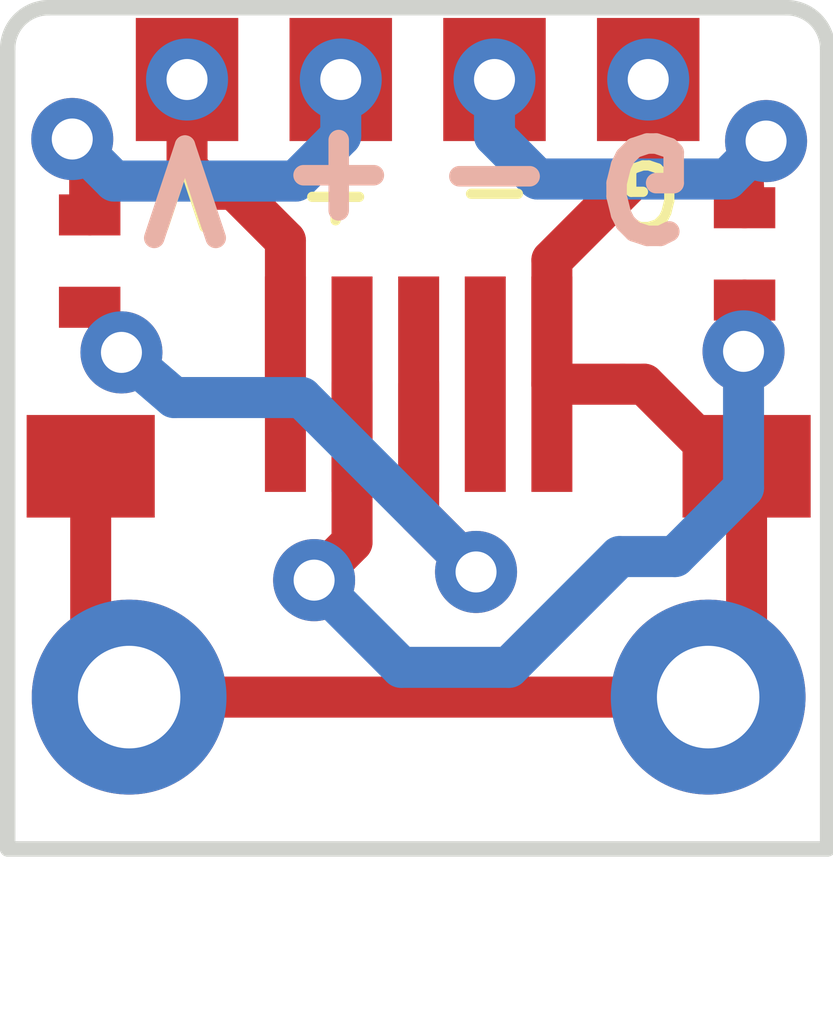
<source format=kicad_pcb>
(kicad_pcb (version 4) (host pcbnew 4.0.7)

  (general
    (links 11)
    (no_connects 1)
    (area 133.224999 100.724999 141.375001 109.075001)
    (thickness 0.8)
    (drawings 14)
    (tracks 60)
    (zones 0)
    (modules 4)
    (nets 7)
  )

  (page A4)
  (layers
    (0 F.Cu signal)
    (31 B.Cu signal)
    (32 B.Adhes user)
    (33 F.Adhes user)
    (34 B.Paste user)
    (35 F.Paste user)
    (36 B.SilkS user)
    (37 F.SilkS user)
    (38 B.Mask user)
    (39 F.Mask user)
    (40 Dwgs.User user)
    (41 Cmts.User user)
    (42 Eco1.User user)
    (43 Eco2.User user)
    (44 Edge.Cuts user)
    (45 Margin user)
    (46 B.CrtYd user)
    (47 F.CrtYd user)
    (48 B.Fab user)
    (49 F.Fab user)
  )

  (setup
    (last_trace_width 0.4)
    (trace_clearance 0.2)
    (zone_clearance 0.508)
    (zone_45_only no)
    (trace_min 0.2)
    (segment_width 0.2)
    (edge_width 0.15)
    (via_size 0.8)
    (via_drill 0.4)
    (via_min_size 0.4)
    (via_min_drill 0.3)
    (uvia_size 0.3)
    (uvia_drill 0.1)
    (uvias_allowed no)
    (uvia_min_size 0.2)
    (uvia_min_drill 0.1)
    (pcb_text_width 0.3)
    (pcb_text_size 1.5 1.5)
    (mod_edge_width 0.15)
    (mod_text_size 1 1)
    (mod_text_width 0.15)
    (pad_size 1.524 1.524)
    (pad_drill 0.762)
    (pad_to_mask_clearance 0.05)
    (aux_axis_origin 0 0)
    (visible_elements 7FFFFF7F)
    (pcbplotparams
      (layerselection 0x00030_80000001)
      (usegerberextensions false)
      (excludeedgelayer true)
      (linewidth 0.100000)
      (plotframeref false)
      (viasonmask false)
      (mode 1)
      (useauxorigin false)
      (hpglpennumber 1)
      (hpglpenspeed 20)
      (hpglpendiameter 15)
      (hpglpenoverlay 2)
      (psnegative false)
      (psa4output false)
      (plotreference true)
      (plotvalue true)
      (plotinvisibletext false)
      (padsonsilk false)
      (subtractmaskfromsilk false)
      (outputformat 1)
      (mirror false)
      (drillshape 1)
      (scaleselection 1)
      (outputdirectory ""))
  )

  (net 0 "")
  (net 1 GND)
  (net 2 VBUS)
  (net 3 "Net-(J1-Pad2)")
  (net 4 "Net-(J1-Pad3)")
  (net 5 /D+)
  (net 6 "Net-(J2-Pad3)")

  (net_class Default "This is the default net class."
    (clearance 0.2)
    (trace_width 0.4)
    (via_dia 0.8)
    (via_drill 0.4)
    (uvia_dia 0.3)
    (uvia_drill 0.1)
    (add_net /D+)
    (add_net GND)
    (add_net "Net-(J1-Pad2)")
    (add_net "Net-(J1-Pad3)")
    (add_net "Net-(J2-Pad3)")
    (add_net VBUS)
  )

  (module USB_5pin (layer F.Cu) (tedit 59B136DD) (tstamp 59B13319)
    (at 137.31 108.97)
    (path /59B12FE7)
    (fp_text reference J1 (at 0 0.9) (layer F.SilkS) hide
      (effects (font (size 1 1) (thickness 0.15)))
    )
    (fp_text value USB_A (at -0.1 2.6) (layer F.Fab) hide
      (effects (font (size 1 1) (thickness 0.15)))
    )
    (fp_text user "PCB EDGE" (at 0 -0.3) (layer F.SilkS) hide
      (effects (font (size 0.3 0.3) (thickness 0.03)))
    )
    (fp_line (start -3.7 0) (end 3.7 0) (layer F.Fab) (width 0.02))
    (fp_line (start 3.7 1.7) (end -3.7 1.7) (layer F.Fab) (width 0.1))
    (fp_line (start -3.7 1.7) (end -3.7 -4.3) (layer F.Fab) (width 0.1))
    (fp_line (start -3.7 -4.3) (end 3.7 -4.3) (layer F.Fab) (width 0.1))
    (fp_line (start 3.7 -4.3) (end 3.7 1.7) (layer F.Fab) (width 0.1))
    (pad 5 smd rect (at 1.3 -4.5) (size 0.4 2.1) (layers F.Cu F.Paste F.Mask)
      (net 1 GND))
    (pad 4 smd rect (at 0.65 -4.5) (size 0.4 2.1) (layers F.Cu F.Paste F.Mask)
      (net 1 GND))
    (pad 1 smd rect (at -1.3 -4.5) (size 0.4 2.1) (layers F.Cu F.Paste F.Mask)
      (net 2 VBUS))
    (pad 2 smd rect (at -0.65 -4.5) (size 0.4 2.1) (layers F.Cu F.Paste F.Mask)
      (net 3 "Net-(J1-Pad2)"))
    (pad 5 smd rect (at 3.2 -3.7) (size 1.25 1) (layers F.Cu F.Paste F.Mask)
      (net 1 GND))
    (pad "" np_thru_hole circle (at 2 -3.55) (size 0.6 0.6) (drill 0.6) (layers *.Cu *.Mask))
    (pad 5 thru_hole circle (at 2.825 -1.45) (size 1.9 1.9) (drill 1) (layers *.Cu *.Mask)
      (net 1 GND))
    (pad 5 thru_hole circle (at -2.825 -1.45) (size 1.9 1.9) (drill 1) (layers *.Cu *.Mask)
      (net 1 GND))
    (pad "" np_thru_hole circle (at -2 -3.55) (size 0.6 0.6) (drill 0.6) (layers *.Cu *.Mask))
    (pad 5 smd rect (at -3.2 -3.7) (size 1.25 1) (layers F.Cu F.Paste F.Mask)
      (net 1 GND))
    (pad 3 smd rect (at 0 -4.5) (size 0.4 2.1) (layers F.Cu F.Paste F.Mask)
      (net 4 "Net-(J1-Pad3)"))
  )

  (module Resistors_SMD:R_0402_NoSilk (layer F.Cu) (tedit 59B132EC) (tstamp 59B13338)
    (at 134.1 103.27 270)
    (descr "Resistor SMD 0402, reflow soldering, Vishay (see dcrcw.pdf)")
    (tags "resistor 0402")
    (path /59B131A1)
    (attr smd)
    (fp_text reference R1 (at 0 -1.2 270) (layer F.SilkS) hide
      (effects (font (size 1 1) (thickness 0.15)))
    )
    (fp_text value 22R (at 0 1.25 270) (layer F.Fab) hide
      (effects (font (size 1 1) (thickness 0.15)))
    )
    (fp_text user %R (at 0 -1.2 270) (layer F.Fab) hide
      (effects (font (size 1 1) (thickness 0.15)))
    )
    (fp_line (start -0.5 0.25) (end -0.5 -0.25) (layer F.Fab) (width 0.1))
    (fp_line (start 0.5 0.25) (end -0.5 0.25) (layer F.Fab) (width 0.1))
    (fp_line (start 0.5 -0.25) (end 0.5 0.25) (layer F.Fab) (width 0.1))
    (fp_line (start -0.5 -0.25) (end 0.5 -0.25) (layer F.Fab) (width 0.1))
    (fp_line (start -0.8 -0.45) (end 0.8 -0.45) (layer F.CrtYd) (width 0.05))
    (fp_line (start -0.8 -0.45) (end -0.8 0.45) (layer F.CrtYd) (width 0.05))
    (fp_line (start 0.8 0.45) (end 0.8 -0.45) (layer F.CrtYd) (width 0.05))
    (fp_line (start 0.8 0.45) (end -0.8 0.45) (layer F.CrtYd) (width 0.05))
    (pad 1 smd rect (at -0.45 0 270) (size 0.4 0.6) (layers F.Cu F.Paste F.Mask)
      (net 5 /D+))
    (pad 2 smd rect (at 0.45 0 270) (size 0.4 0.6) (layers F.Cu F.Paste F.Mask)
      (net 4 "Net-(J1-Pad3)"))
    (model ${KISYS3DMOD}/Resistors_SMD.3dshapes/R_0402.wrl
      (at (xyz 0 0 0))
      (scale (xyz 1 1 1))
      (rotate (xyz 0 0 0))
    )
  )

  (module Resistors_SMD:R_0402_NoSilk (layer F.Cu) (tedit 59B132F2) (tstamp 59B13347)
    (at 140.49 103.2 270)
    (descr "Resistor SMD 0402, reflow soldering, Vishay (see dcrcw.pdf)")
    (tags "resistor 0402")
    (path /59B1320B)
    (attr smd)
    (fp_text reference R2 (at 0 -1.2 270) (layer F.SilkS) hide
      (effects (font (size 1 1) (thickness 0.15)))
    )
    (fp_text value 22R (at 0 1.25 270) (layer F.Fab) hide
      (effects (font (size 1 1) (thickness 0.15)))
    )
    (fp_text user %R (at 0 -1.2 270) (layer F.Fab) hide
      (effects (font (size 1 1) (thickness 0.15)))
    )
    (fp_line (start -0.5 0.25) (end -0.5 -0.25) (layer F.Fab) (width 0.1))
    (fp_line (start 0.5 0.25) (end -0.5 0.25) (layer F.Fab) (width 0.1))
    (fp_line (start 0.5 -0.25) (end 0.5 0.25) (layer F.Fab) (width 0.1))
    (fp_line (start -0.5 -0.25) (end 0.5 -0.25) (layer F.Fab) (width 0.1))
    (fp_line (start -0.8 -0.45) (end 0.8 -0.45) (layer F.CrtYd) (width 0.05))
    (fp_line (start -0.8 -0.45) (end -0.8 0.45) (layer F.CrtYd) (width 0.05))
    (fp_line (start 0.8 0.45) (end 0.8 -0.45) (layer F.CrtYd) (width 0.05))
    (fp_line (start 0.8 0.45) (end -0.8 0.45) (layer F.CrtYd) (width 0.05))
    (pad 1 smd rect (at -0.45 0 270) (size 0.4 0.6) (layers F.Cu F.Paste F.Mask)
      (net 6 "Net-(J2-Pad3)"))
    (pad 2 smd rect (at 0.45 0 270) (size 0.4 0.6) (layers F.Cu F.Paste F.Mask)
      (net 3 "Net-(J1-Pad2)"))
    (model ${KISYS3DMOD}/Resistors_SMD.3dshapes/R_0402.wrl
      (at (xyz 0 0 0))
      (scale (xyz 1 1 1))
      (rotate (xyz 0 0 0))
    )
  )

  (module KiCadCustomLibs:USB_PADS_Breakout (layer F.Cu) (tedit 5A3A0F42) (tstamp 5A3A17EB)
    (at 137.3 101.5)
    (path /59B13BB9)
    (fp_text reference J3 (at 0.3 1.6) (layer F.SilkS) hide
      (effects (font (size 1 1) (thickness 0.15)))
    )
    (fp_text value USB (at 0.1 -1.6) (layer F.Fab) hide
      (effects (font (size 1 1) (thickness 0.15)))
    )
    (pad 4 smd rect (at 2.25 0) (size 1 1.2) (layers F.Cu F.Paste F.Mask)
      (net 1 GND))
    (pad 1 smd rect (at -2.25 0) (size 1 1.2) (layers F.Cu F.Paste F.Mask)
      (net 2 VBUS))
    (pad 2 smd rect (at -0.75 0) (size 1 1.2) (layers F.Cu F.Paste F.Mask)
      (net 5 /D+))
    (pad 3 smd rect (at 0.75 0) (size 1 1.2) (layers F.Cu F.Paste F.Mask)
      (net 6 "Net-(J2-Pad3)"))
  )

  (gr_line (start 133.3 101.2) (end 133.3 109) (angle 90) (layer Edge.Cuts) (width 0.15))
  (gr_line (start 141.3 101.2) (end 141.3 109) (angle 90) (layer Edge.Cuts) (width 0.15))
  (gr_line (start 140.9 100.8) (end 133.7 100.8) (angle 90) (layer Edge.Cuts) (width 0.15))
  (gr_arc (start 133.7 101.2) (end 133.3 101.2) (angle 90) (layer Edge.Cuts) (width 0.15))
  (gr_arc (start 140.9 101.2) (end 140.9 100.8) (angle 90) (layer Edge.Cuts) (width 0.15))
  (gr_text V (at 135.02 102.61 180) (layer F.SilkS)
    (effects (font (size 0.6 0.6) (thickness 0.1)))
  )
  (gr_text - (at 138.05 102.57) (layer F.SilkS)
    (effects (font (size 0.6 0.6) (thickness 0.1)))
  )
  (gr_text + (at 136.5 102.6) (layer F.SilkS)
    (effects (font (size 0.6 0.6) (thickness 0.1)))
  )
  (gr_text G (at 139.57 102.61 180) (layer F.SilkS)
    (effects (font (size 0.6 0.6) (thickness 0.1)))
  )
  (gr_text V (at 135.03 102.55 180) (layer B.SilkS)
    (effects (font (size 0.9 0.9) (thickness 0.2)) (justify mirror))
  )
  (gr_text - (at 138.05 102.38) (layer B.SilkS)
    (effects (font (size 0.9 0.9) (thickness 0.2)) (justify mirror))
  )
  (gr_text + (at 136.53 102.37) (layer B.SilkS)
    (effects (font (size 0.9 0.9) (thickness 0.2)) (justify mirror))
  )
  (gr_text G (at 139.52 102.53 180) (layer B.SilkS)
    (effects (font (size 0.9 0.9) (thickness 0.2)) (justify mirror))
  )
  (gr_line (start 133.3 109) (end 141.3 109) (angle 90) (layer Edge.Cuts) (width 0.15))

  (via (at 139.55 101.5) (size 0.8) (drill 0.4) (layers F.Cu B.Cu) (net 1) (status C00000))
  (segment (start 138.61 104.47) (end 138.61 103.26) (width 0.4) (layer F.Cu) (net 1) (status 400000))
  (segment (start 139.55 102.32) (end 139.55 101.5) (width 0.4) (layer F.Cu) (net 1) (tstamp 5A3A1826) (status 800000))
  (segment (start 138.61 103.26) (end 139.55 102.32) (width 0.4) (layer F.Cu) (net 1) (tstamp 5A3A1825))
  (segment (start 134.485 107.52) (end 140.135 107.52) (width 0.4) (layer F.Cu) (net 1))
  (segment (start 138.61 104.47) (end 139.3 104.47) (width 0.4) (layer F.Cu) (net 1))
  (segment (start 139.3 104.47) (end 139.51 104.47) (width 0.4) (layer F.Cu) (net 1) (tstamp 59B13617))
  (segment (start 139.51 104.47) (end 140.51 105.47) (width 0.4) (layer F.Cu) (net 1) (tstamp 59B134A5))
  (segment (start 140.51 105.47) (end 140.51 107.145) (width 0.4) (layer F.Cu) (net 1))
  (segment (start 140.51 107.145) (end 140.135 107.52) (width 0.25) (layer F.Cu) (net 1) (tstamp 59B134A2))
  (segment (start 134.11 105.27) (end 134.11 107.145) (width 0.4) (layer F.Cu) (net 1))
  (segment (start 134.11 107.145) (end 134.485 107.52) (width 0.25) (layer F.Cu) (net 1) (tstamp 59B1349F))
  (segment (start 136.01 104.47) (end 136.01 103.07) (width 0.4) (layer F.Cu) (net 2) (status 400000))
  (segment (start 135.05 102.36) (end 135.05 101.5) (width 0.4) (layer F.Cu) (net 2) (tstamp 5A3A182D) (status 800000))
  (segment (start 135.26 102.57) (end 135.05 102.36) (width 0.4) (layer F.Cu) (net 2) (tstamp 5A3A182C))
  (segment (start 135.51 102.57) (end 135.26 102.57) (width 0.4) (layer F.Cu) (net 2) (tstamp 5A3A182B))
  (segment (start 136.01 103.07) (end 135.51 102.57) (width 0.4) (layer F.Cu) (net 2) (tstamp 5A3A182A))
  (via (at 135.05 101.5) (size 0.8) (drill 0.4) (layers F.Cu B.Cu) (net 2) (status C00000))
  (segment (start 136.66 104.47) (end 136.66 106.01) (width 0.4) (layer F.Cu) (net 3))
  (segment (start 140.47 104.14) (end 140.49 103.65) (width 0.4) (layer F.Cu) (net 3) (tstamp 5A3A1336) (status 20))
  (segment (start 140.48 104.15) (end 140.47 104.14) (width 0.4) (layer F.Cu) (net 3) (tstamp 5A3A1335))
  (via (at 140.48 104.15) (size 0.8) (drill 0.4) (layers F.Cu B.Cu) (net 3))
  (segment (start 140.48 105.48) (end 140.48 104.15) (width 0.4) (layer B.Cu) (net 3) (tstamp 5A3A1332))
  (segment (start 139.81 106.15) (end 140.48 105.48) (width 0.4) (layer B.Cu) (net 3) (tstamp 5A3A1331))
  (segment (start 139.27 106.15) (end 139.81 106.15) (width 0.4) (layer B.Cu) (net 3) (tstamp 5A3A1330))
  (segment (start 138.19 107.23) (end 139.27 106.15) (width 0.4) (layer B.Cu) (net 3) (tstamp 5A3A132F))
  (segment (start 137.14 107.23) (end 138.19 107.23) (width 0.4) (layer B.Cu) (net 3) (tstamp 5A3A132E))
  (segment (start 136.29 106.38) (end 137.14 107.23) (width 0.4) (layer B.Cu) (net 3) (tstamp 5A3A132D))
  (via (at 136.29 106.38) (size 0.8) (drill 0.4) (layers F.Cu B.Cu) (net 3))
  (segment (start 136.66 106.01) (end 136.29 106.38) (width 0.4) (layer F.Cu) (net 3) (tstamp 5A3A132B))
  (segment (start 137.31 104.47) (end 137.31 105.74) (width 0.4) (layer F.Cu) (net 4))
  (segment (start 134.923333 104.6) (end 134.41 104.16) (width 0.4) (layer B.Cu) (net 4) (tstamp 5A3A1326))
  (segment (start 136.17 104.6) (end 134.923333 104.6) (width 0.4) (layer B.Cu) (net 4) (tstamp 5A3A1325))
  (segment (start 137.87 106.3) (end 136.17 104.6) (width 0.4) (layer B.Cu) (net 4) (tstamp 5A3A1324))
  (via (at 137.87 106.3) (size 0.8) (drill 0.4) (layers F.Cu B.Cu) (net 4))
  (segment (start 137.31 105.74) (end 137.87 106.3) (width 0.4) (layer F.Cu) (net 4) (tstamp 5A3A1321))
  (segment (start 134.1 103.72) (end 134.35 104.1) (width 0.25) (layer F.Cu) (net 4) (status 10))
  (via (at 134.41 104.16) (size 0.8) (drill 0.4) (layers F.Cu B.Cu) (net 4))
  (segment (start 134.35 104.1) (end 134.41 104.16) (width 0.25) (layer F.Cu) (net 4) (tstamp 59B134B1))
  (segment (start 134.1 102.82) (end 134.1 102.25) (width 0.4) (layer F.Cu) (net 5) (status 400000))
  (via (at 136.55 101.5) (size 0.8) (drill 0.4) (layers F.Cu B.Cu) (net 5) (status C00000))
  (segment (start 136.55 102.05) (end 136.55 101.5) (width 0.4) (layer B.Cu) (net 5) (tstamp 5A3A1843))
  (segment (start 136.11 102.49) (end 136.55 102.05) (width 0.4) (layer B.Cu) (net 5) (tstamp 5A3A1842))
  (segment (start 134.34 102.49) (end 136.11 102.49) (width 0.4) (layer B.Cu) (net 5) (tstamp 5A3A1841))
  (segment (start 133.93 102.08) (end 134.34 102.49) (width 0.4) (layer B.Cu) (net 5) (tstamp 5A3A1840))
  (via (at 133.93 102.08) (size 0.8) (drill 0.4) (layers F.Cu B.Cu) (net 5))
  (segment (start 134.1 102.25) (end 133.93 102.08) (width 0.4) (layer F.Cu) (net 5) (tstamp 5A3A183E))
  (via (at 138.05 101.5) (size 0.8) (drill 0.4) (layers F.Cu B.Cu) (net 6) (status C00000))
  (segment (start 138.05 101.5) (end 138.05 101.44) (width 0.4) (layer B.Cu) (net 6) (tstamp 5A3A1838) (status 400000))
  (segment (start 140.7 102.1) (end 140.69 102.1) (width 0.4) (layer B.Cu) (net 6))
  (via (at 140.7 102.1) (size 0.8) (drill 0.4) (layers F.Cu B.Cu) (net 6))
  (segment (start 138.05 101.44) (end 137.79 101.33) (width 0.25) (layer F.Cu) (net 6))
  (segment (start 138.05 102.05) (end 138.05 101.44) (width 0.4) (layer B.Cu) (net 6) (tstamp 5A3A1341))
  (segment (start 138.47 102.47) (end 138.05 102.05) (width 0.4) (layer B.Cu) (net 6) (tstamp 5A3A1340))
  (segment (start 140.32 102.47) (end 138.47 102.47) (width 0.4) (layer B.Cu) (net 6) (tstamp 5A3A133F))
  (segment (start 140.69 102.1) (end 140.32 102.47) (width 0.4) (layer B.Cu) (net 6) (tstamp 5A3A133E))
  (segment (start 140.49 102.75) (end 140.47 102.33) (width 0.4) (layer F.Cu) (net 6) (status 10))
  (segment (start 140.47 102.33) (end 140.7 102.1) (width 0.4) (layer F.Cu) (net 6) (tstamp 5A3A12E7))
  (segment (start 140.7 102.1) (end 140.77 102.17) (width 0.25) (layer F.Cu) (net 6) (tstamp 59B13557))
  (segment (start 140.77 102.17) (end 140.77 102.26) (width 0.25) (layer F.Cu) (net 6) (tstamp 59B13558))

)

</source>
